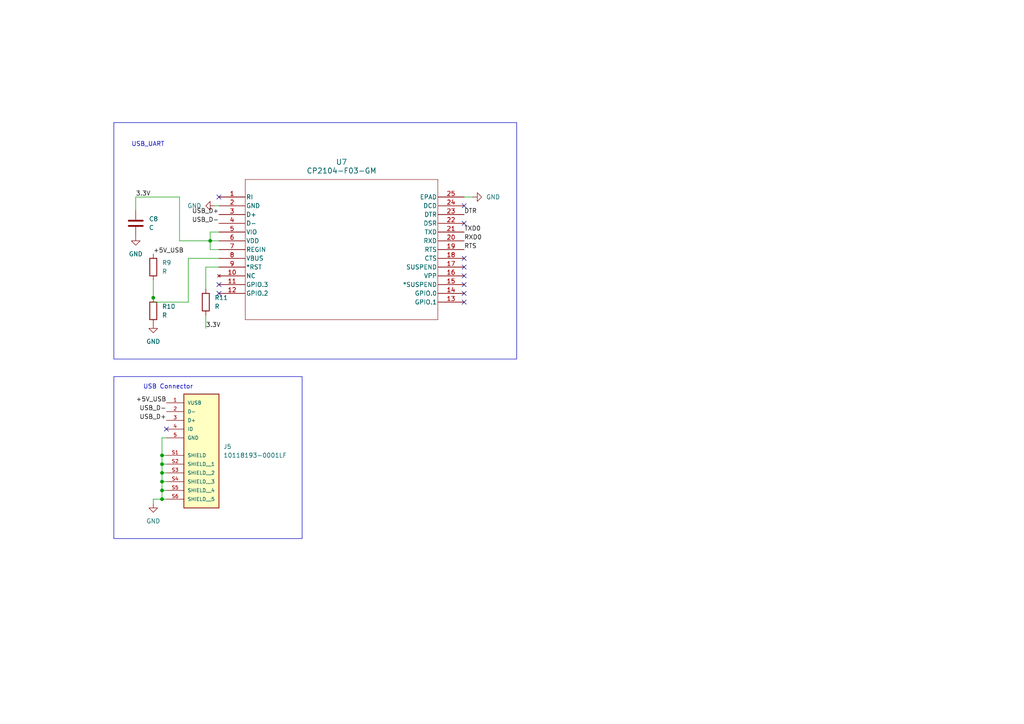
<source format=kicad_sch>
(kicad_sch (version 20250114) (generator "eeschema") (generator_version "9.0")
  (paper "A4")
  (lib_symbols
    (symbol "10118193-0001LF:10118193-0001LF" (pin_names (offset 1.016))
      (property "Reference" "J" (at -5.0817 10.9286 0))
      (property "Value" "10118193-0001LF" (at -5.0819 -25.4097 0))
      (symbol "10118193-0001LF_0_0"
        (rectangle (start -5.08 -22.86) (end 5.08 10.16) (stroke (width 0.254)) (fill (type background)))
        (pin passive line (at -10.16 7.62 0) (length 5.08) (name "VUSB") (number "1"))
        (pin passive line (at -10.16 5.08 0) (length 5.08) (name "D-") (number "2"))
        (pin passive line (at -10.16 2.54 0) (length 5.08) (name "D+") (number "3"))
        (pin passive line (at -10.16 0 0) (length 5.08) (name "ID") (number "4"))
        (pin passive line (at -10.16 -2.54 0) (length 5.08) (name "GND") (number "5"))
        (pin passive line (at -10.16 -7.62 0) (length 5.08) (name "SHIELD") (number "S1"))
        (pin passive line (at -10.16 -10.16 0) (length 5.08) (name "SHIELD__1") (number "S2"))
        (pin passive line (at -10.16 -12.7 0) (length 5.08) (name "SHIELD__2") (number "S3"))
        (pin passive line (at -10.16 -15.24 0) (length 5.08) (name "SHIELD__3") (number "S4"))
        (pin passive line (at -10.16 -17.78 0) (length 5.08) (name "SHIELD__4") (number "S5"))
        (pin passive line (at -10.16 -20.32 0) (length 5.08) (name "SHIELD__5") (number "S6"))
      )
    )
    (symbol "CP2104_F03_GM:CP2104-F03-GM" (pin_names (offset 0.254))
      (property "Reference" "U" (at 35.56 10.16 0))
      (property "Value" "CP2104-F03-GM" (at 35.56 7.62 0))
      (symbol "CP2104-F03-GM_0_1"
        (polyline (pts (xy 7.62 5.08) (xy 7.62 -35.56)) (stroke (width 0.127)))
        (polyline (pts (xy 7.62 -35.56) (xy 63.5 -35.56)) (stroke (width 0.127)))
        (polyline (pts (xy 63.5 5.08) (xy 7.62 5.08)) (stroke (width 0.127)))
        (polyline (pts (xy 63.5 -35.56) (xy 63.5 5.08)) (stroke (width 0.127)))
        (pin input line (at 0 0 0) (length 7.62) (name "RI") (number "1"))
        (pin power_in line (at 0 -2.54 0) (length 7.62) (name "GND") (number "2"))
        (pin bidirectional line (at 0 -5.08 0) (length 7.62) (name "D+") (number "3"))
        (pin bidirectional line (at 0 -7.62 0) (length 7.62) (name "D-") (number "4"))
        (pin input line (at 0 -10.16 0) (length 7.62) (name "VIO") (number "5"))
        (pin power_in line (at 0 -12.7 0) (length 7.62) (name "VDD") (number "6"))
        (pin input line (at 0 -15.24 0) (length 7.62) (name "REGIN") (number "7"))
        (pin input line (at 0 -17.78 0) (length 7.62) (name "VBUS") (number "8"))
        (pin bidirectional line (at 0 -20.32 0) (length 7.62) (name "*RST") (number "9"))
        (pin no_connect line (at 0 -22.86 0) (length 7.62) (name "NC") (number "10"))
        (pin bidirectional line (at 0 -25.4 0) (length 7.62) (name "GPIO.3") (number "11"))
        (pin bidirectional line (at 0 -27.94 0) (length 7.62) (name "GPIO.2") (number "12"))
        (pin unspecified line (at 71.12 0 180) (length 7.62) (name "EPAD") (number "25"))
        (pin input line (at 71.12 -2.54 180) (length 7.62) (name "DCD") (number "24"))
        (pin output line (at 71.12 -5.08 180) (length 7.62) (name "DTR") (number "23"))
        (pin input line (at 71.12 -7.62 180) (length 7.62) (name "DSR") (number "22"))
        (pin output line (at 71.12 -10.16 180) (length 7.62) (name "TXD") (number "21"))
        (pin input line (at 71.12 -12.7 180) (length 7.62) (name "RXD") (number "20"))
        (pin output line (at 71.12 -15.24 180) (length 7.62) (name "RTS") (number "19"))
        (pin input line (at 71.12 -17.78 180) (length 7.62) (name "CTS") (number "18"))
        (pin output line (at 71.12 -20.32 180) (length 7.62) (name "SUSPEND") (number "17"))
        (pin power_in line (at 71.12 -22.86 180) (length 7.62) (name "VPP") (number "16"))
        (pin output line (at 71.12 -25.4 180) (length 7.62) (name "*SUSPEND") (number "15"))
        (pin bidirectional line (at 71.12 -27.94 180) (length 7.62) (name "GPIO.0") (number "14"))
        (pin bidirectional line (at 71.12 -30.48 180) (length 7.62) (name "GPIO.1") (number "13"))
      )
    )
    (symbol "Device:C" (pin_numbers (hide yes)) (pin_names (offset 0.254))
      (property "Reference" "C" (at 0.635 2.54 0))
      (property "Value" "C" (at 0.635 -2.54 0))
      (symbol "C_0_1"
        (polyline (pts (xy -2.032 0.762) (xy 2.032 0.762)) (stroke (width 0.508)))
        (polyline (pts (xy -2.032 -0.762) (xy 2.032 -0.762)) (stroke (width 0.508)))
      )
      (symbol "C_1_1"
        (pin passive line (at 0 3.81 270) (length 2.794) (name "~") (number "1"))
        (pin passive line (at 0 -3.81 90) (length 2.794) (name "~") (number "2"))
      )
    )
    (symbol "Device:R" (pin_numbers (hide yes)) (pin_names (offset 0))
      (property "Reference" "R" (at 2.032 0 90))
      (property "Value" "R" (at 0 0 90))
      (symbol "R_0_1"
        (rectangle (start -1.016 -2.54) (end 1.016 2.54) (stroke (width 0.254)))
      )
      (symbol "R_1_1"
        (pin passive line (at 0 3.81 270) (length 1.27) (name "~") (number "1"))
        (pin passive line (at 0 -3.81 90) (length 1.27) (name "~") (number "2"))
      )
    )
    (symbol "power:GND" (power) (pin_numbers (hide yes)) (pin_names (offset 0) (hide yes))
      (property "Value" "GND" (at 0 -3.81 0))
      (symbol "GND_0_1"
        (polyline (pts (xy 0 0) (xy 0 -1.27) (xy 1.27 -1.27) (xy 0 -2.54) (xy -1.27 -1.27) (xy 0 -1.27)))
      )
      (symbol "GND_1_1"
        (pin power_in line (at 0 0 270) (length 0) (name "~") (number "1"))
      )
    )
  )
  (rectangle (start 33.02 35.56) (end 149.86 104.14))
  (rectangle (start 33.02 109.22) (end 87.63 156.21))
  (text "USB Connector" (at 48.768 112.268 0) (effects (font (size 1.27 1.27))))
  (text "USB_UART" (at 42.926 41.91 0) (effects (font (size 1.27 1.27))))
  (junction (at 46.99 132.08))
  (junction (at 46.99 139.7))
  (junction (at 46.99 142.24))
  (junction (at 46.99 137.16))
  (junction (at 44.45 86.36))
  (junction (at 46.99 134.62))
  (junction (at 60.96 69.85))
  (junction (at 46.99 144.78))
  (no_connect (at 134.62 82.55))
  (no_connect (at 134.62 80.01))
  (no_connect (at 134.62 74.93))
  (no_connect (at 134.62 85.09))
  (no_connect (at 63.5 82.55))
  (no_connect (at 63.5 57.15))
  (no_connect (at 134.62 59.69))
  (no_connect (at 48.26 124.46))
  (no_connect (at 134.62 77.47))
  (no_connect (at 134.62 64.77))
  (no_connect (at 63.5 85.09))
  (no_connect (at 134.62 87.63))
  (wire (pts (xy 46.99 144.78) (xy 44.45 144.78)))
  (wire (pts (xy 54.61 74.93) (xy 63.5 74.93)))
  (wire (pts (xy 134.62 57.15) (xy 137.16 57.15)))
  (wire (pts (xy 60.96 67.31) (xy 60.96 69.85)))
  (wire (pts (xy 46.99 132.08) (xy 46.99 134.62)))
  (wire (pts (xy 46.99 127) (xy 46.99 132.08)))
  (wire (pts (xy 63.5 77.47) (xy 59.69 77.47)))
  (wire (pts (xy 46.99 137.16) (xy 46.99 139.7)))
  (wire (pts (xy 63.5 72.39) (xy 60.96 72.39)))
  (wire (pts (xy 44.45 81.28) (xy 44.45 86.36)))
  (wire (pts (xy 46.99 134.62) (xy 46.99 137.16)))
  (wire (pts (xy 60.96 69.85) (xy 63.5 69.85)))
  (wire (pts (xy 46.99 134.62) (xy 48.26 134.62)))
  (wire (pts (xy 62.23 59.69) (xy 63.5 59.69)))
  (wire (pts (xy 46.99 142.24) (xy 46.99 144.78)))
  (wire (pts (xy 46.99 139.7) (xy 46.99 142.24)))
  (wire (pts (xy 60.96 69.85) (xy 52.07 69.85)))
  (wire (pts (xy 44.45 144.78) (xy 44.45 146.05)))
  (wire (pts (xy 59.69 91.44) (xy 59.69 95.25)))
  (wire (pts (xy 46.99 139.7) (xy 48.26 139.7)))
  (wire (pts (xy 46.99 137.16) (xy 48.26 137.16)))
  (wire (pts (xy 60.96 72.39) (xy 60.96 69.85)))
  (wire (pts (xy 48.26 127) (xy 46.99 127)))
  (wire (pts (xy 46.99 144.78) (xy 48.26 144.78)))
  (wire (pts (xy 39.37 57.15) (xy 52.07 57.15)))
  (wire (pts (xy 39.37 57.15) (xy 39.37 60.96)))
  (wire (pts (xy 52.07 69.85) (xy 52.07 57.15)))
  (wire (pts (xy 54.61 74.93) (xy 54.61 87.63)))
  (wire (pts (xy 44.45 87.63) (xy 44.45 86.36)))
  (wire (pts (xy 46.99 132.08) (xy 48.26 132.08)))
  (wire (pts (xy 54.61 87.63) (xy 44.45 87.63)))
  (wire (pts (xy 63.5 67.31) (xy 60.96 67.31)))
  (wire (pts (xy 46.99 142.24) (xy 48.26 142.24)))
  (wire (pts (xy 59.69 77.47) (xy 59.69 83.82)))
  (label "RTS" (at 134.62 72.39 0))
  (label "RXD0" (at 134.62 69.85 0))
  (label "TXD0" (at 134.62 67.31 0))
  (label "USB_D-" (at 63.5 64.77 180))
  (label "3.3V" (at 59.69 95.25 0))
  (label "DTR" (at 134.62 62.23 0))
  (label "3.3V" (at 39.37 57.15 0))
  (label "USB_D+" (at 48.26 121.92 180))
  (label "USB_D-" (at 48.26 119.38 180))
  (label "+5V_USB" (at 44.45 73.66 0))
  (label "+5V_USB" (at 48.26 116.84 180))
  (label "USB_D+" (at 63.5 62.23 180))
  (symbol (lib_id "Device:R") (at 44.45 90.17 0) (unit 1)
    (property "Reference" "R10" (at 46.99 88.8999 0) (effects (justify left)))
    (property "Value" "R" (at 46.99 91.4399 0) (effects (justify left)))
    (property "Description" "Resistor" (effects (hide yes)))
  )
  (symbol (lib_id "Device:C") (at 39.37 64.77 0) (unit 1)
    (property "Reference" "C8" (at 43.18 63.4999 0) (effects (justify left)))
    (property "Value" "C" (at 43.18 66.0399 0) (effects (justify left)))
    (property "Description" "Unpolarized capacitor" (effects (hide yes)))
  )
  (symbol (lib_id "CP2104_F03_GM:CP2104-F03-GM") (at 63.5 57.15 0) (unit 1)
    (property "Reference" "U7" (at 99.06 46.99 0) (effects (font (size 1.524 1.524))))
    (property "Value" "CP2104-F03-GM" (at 99.06 49.53 0) (effects (font (size 1.524 1.524))))
    (property "Footprint" "QFN24_4X4_SIL" (effects (hide yes)))
    (property "Datasheet" "CP2104-F03-GM" (effects (hide yes)))
  )
  (symbol (lib_id "power:GND") (at 62.23 59.69 270) (unit 1)
    (property "Reference" "#PWR031" (effects (hide yes)))
    (property "Value" "GND" (at 58.42 59.6899 90) (effects (justify right)))
    (property "Description" "Power symbol creates a global label with name \"GND\" , ground" (effects (hide yes)))
  )
  (symbol (lib_id "10118193-0001LF:10118193-0001LF") (at 58.42 124.46 0) (unit 1)
    (property "Reference" "J5" (at 64.77 129.5399 0) (effects (justify left)))
    (property "Value" "10118193-0001LF" (at 64.77 132.0799 0) (effects (justify left)))
    (property "Footprint" "10118193-0001LF:AMPHENOL_10118193-0001LF" (effects (hide yes)))
    (property "PARTREV" "E" (effects (hide yes)))
    (property "MANUFACTURER" "Amphenol FCI" (effects (hide yes)))
    (property "MAXIMUM_PACKAGE_HEIGHT" "2.55 mm" (effects (hide yes)))
    (property "STANDARD" "Manufacturer Recommendations" (effects (hide yes)))
  )
  (symbol (lib_id "Device:R") (at 44.45 77.47 0) (unit 1)
    (property "Reference" "R9" (at 46.99 76.1999 0) (effects (justify left)))
    (property "Value" "R" (at 46.99 78.7399 0) (effects (justify left)))
    (property "Description" "Resistor" (effects (hide yes)))
  )
  (symbol (lib_id "power:GND") (at 137.16 57.15 90) (unit 1)
    (property "Reference" "#PWR032" (effects (hide yes)))
    (property "Value" "GND" (at 140.97 57.1499 90) (effects (justify right)))
    (property "Description" "Power symbol creates a global label with name \"GND\" , ground" (effects (hide yes)))
  )
  (symbol (lib_id "Device:R") (at 59.69 87.63 0) (unit 1)
    (property "Reference" "R11" (at 62.23 86.3599 0) (effects (justify left)))
    (property "Value" "R" (at 62.23 88.8999 0) (effects (justify left)))
    (property "Description" "Resistor" (effects (hide yes)))
  )
  (symbol (lib_id "power:GND") (at 44.45 93.98 0) (unit 1)
    (property "Reference" "#PWR029" (effects (hide yes)))
    (property "Value" "GND" (at 44.45 99.06 0))
    (property "Description" "Power symbol creates a global label with name \"GND\" , ground" (effects (hide yes)))
  )
  (symbol (lib_id "power:GND") (at 39.37 68.58 0) (unit 1)
    (property "Reference" "#PWR028" (effects (hide yes)))
    (property "Value" "GND" (at 39.37 73.66 0))
    (property "Description" "Power symbol creates a global label with name \"GND\" , ground" (effects (hide yes)))
  )
  (symbol (lib_id "power:GND") (at 44.45 146.05 0) (unit 1)
    (property "Reference" "#PWR030" (effects (hide yes)))
    (property "Value" "GND" (at 44.45 151.13 0))
    (property "Description" "Power symbol creates a global label with name \"GND\" , ground" (effects (hide yes)))
  )
)
</source>
